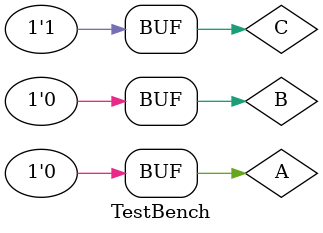
<source format=v>
`timescale 1ns / 1ps


module TestBench(


    );
    reg A;
    reg B;
    reg C;
    wire F;
    
    Test1 Test_process(
    .A   (A),
    .B   (B),
    .C   (C),
    .F   (F)
    );
    
    initial 
    begin
    A = 0; B = 0 ;C = 0 ;
    #100;
    A = 1;B = 0 ;C = 0;
    #100
    A = 1 ; B = 1 ;C = 1 ;
    #100 
    A = 1 ;B = 0; C = 1;
    #100
    A = 0;B = 1;C = 0;
    #100
    A = 0; B = 0;C = 1;
    end

    
endmodule

</source>
